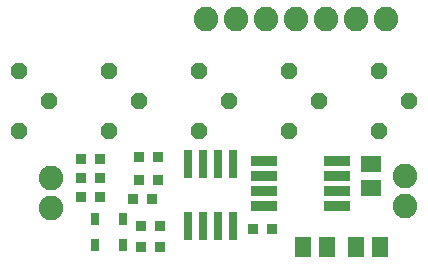
<source format=gts>
G75*
%MOIN*%
%OFA0B0*%
%FSLAX24Y24*%
%IPPOS*%
%LPD*%
%AMOC8*
5,1,8,0,0,1.08239X$1,22.5*
%
%ADD10R,0.0375X0.0375*%
%ADD11C,0.0820*%
%ADD12OC8,0.0540*%
%ADD13R,0.0308X0.0387*%
%ADD14R,0.0860X0.0320*%
%ADD15R,0.0690X0.0572*%
%ADD16R,0.0572X0.0690*%
%ADD17R,0.0296X0.0926*%
D10*
X003835Y003238D03*
X004465Y003238D03*
X004465Y003863D03*
X003835Y003863D03*
X003835Y004488D03*
X004465Y004488D03*
X005773Y004550D03*
X006402Y004550D03*
X006402Y003800D03*
X005773Y003800D03*
X005580Y003175D03*
X006210Y003175D03*
X006465Y002276D03*
X005835Y002276D03*
X005835Y001550D03*
X006465Y001550D03*
X009585Y002175D03*
X010215Y002175D03*
D11*
X002838Y002863D03*
X002838Y003863D03*
X008025Y009175D03*
X009025Y009175D03*
X010025Y009175D03*
X011025Y009175D03*
X012025Y009175D03*
X013025Y009175D03*
X014025Y009175D03*
X014650Y003925D03*
X014650Y002925D03*
D12*
X013775Y005425D03*
X014775Y006425D03*
X013775Y007425D03*
X011775Y006425D03*
X010775Y007425D03*
X008775Y006425D03*
X007775Y007425D03*
X005775Y006425D03*
X004775Y007425D03*
X002775Y006425D03*
X001775Y007425D03*
X001775Y005425D03*
X004775Y005425D03*
X007775Y005425D03*
X010775Y005425D03*
D13*
X005228Y002488D03*
X004322Y002488D03*
X004322Y001613D03*
X005228Y001613D03*
D14*
X009940Y002925D03*
X009940Y003425D03*
X009940Y003925D03*
X009940Y004425D03*
X012360Y004425D03*
X012360Y003925D03*
X012360Y003425D03*
X012360Y002925D03*
D15*
X013525Y003531D03*
X013525Y004319D03*
D16*
X013794Y001550D03*
X013006Y001550D03*
X012044Y001550D03*
X011256Y001550D03*
D17*
X008900Y002276D03*
X008400Y002276D03*
X007900Y002276D03*
X007400Y002276D03*
X007400Y004324D03*
X007900Y004324D03*
X008400Y004324D03*
X008900Y004324D03*
M02*

</source>
